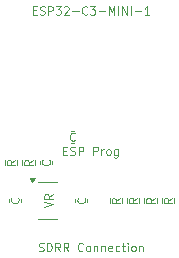
<source format=gbr>
%TF.GenerationSoftware,KiCad,Pcbnew,8.0.5*%
%TF.CreationDate,2025-07-05T11:02:35+01:00*%
%TF.ProjectId,sdrr wifi rev a,73647272-2077-4696-9669-207265762061,rev?*%
%TF.SameCoordinates,Original*%
%TF.FileFunction,Legend,Top*%
%TF.FilePolarity,Positive*%
%FSLAX46Y46*%
G04 Gerber Fmt 4.6, Leading zero omitted, Abs format (unit mm)*
G04 Created by KiCad (PCBNEW 8.0.5) date 2025-07-05 11:02:35*
%MOMM*%
%LPD*%
G01*
G04 APERTURE LIST*
%ADD10C,0.100000*%
%ADD11C,0.120000*%
G04 APERTURE END LIST*
D10*
X51829833Y-65315333D02*
X51496500Y-65548666D01*
X51829833Y-65715333D02*
X51129833Y-65715333D01*
X51129833Y-65715333D02*
X51129833Y-65448666D01*
X51129833Y-65448666D02*
X51163166Y-65382000D01*
X51163166Y-65382000D02*
X51196500Y-65348666D01*
X51196500Y-65348666D02*
X51263166Y-65315333D01*
X51263166Y-65315333D02*
X51363166Y-65315333D01*
X51363166Y-65315333D02*
X51429833Y-65348666D01*
X51429833Y-65348666D02*
X51463166Y-65382000D01*
X51463166Y-65382000D02*
X51496500Y-65448666D01*
X51496500Y-65448666D02*
X51496500Y-65715333D01*
X50594766Y-68515733D02*
X50628100Y-68549066D01*
X50628100Y-68549066D02*
X50661433Y-68649066D01*
X50661433Y-68649066D02*
X50661433Y-68715733D01*
X50661433Y-68715733D02*
X50628100Y-68815733D01*
X50628100Y-68815733D02*
X50561433Y-68882400D01*
X50561433Y-68882400D02*
X50494766Y-68915733D01*
X50494766Y-68915733D02*
X50361433Y-68949066D01*
X50361433Y-68949066D02*
X50261433Y-68949066D01*
X50261433Y-68949066D02*
X50128100Y-68915733D01*
X50128100Y-68915733D02*
X50061433Y-68882400D01*
X50061433Y-68882400D02*
X49994766Y-68815733D01*
X49994766Y-68815733D02*
X49961433Y-68715733D01*
X49961433Y-68715733D02*
X49961433Y-68649066D01*
X49961433Y-68649066D02*
X49994766Y-68549066D01*
X49994766Y-68549066D02*
X50028100Y-68515733D01*
X55410866Y-63624966D02*
X55377533Y-63658300D01*
X55377533Y-63658300D02*
X55277533Y-63691633D01*
X55277533Y-63691633D02*
X55210866Y-63691633D01*
X55210866Y-63691633D02*
X55110866Y-63658300D01*
X55110866Y-63658300D02*
X55044200Y-63591633D01*
X55044200Y-63591633D02*
X55010866Y-63524966D01*
X55010866Y-63524966D02*
X54977533Y-63391633D01*
X54977533Y-63391633D02*
X54977533Y-63291633D01*
X54977533Y-63291633D02*
X55010866Y-63158300D01*
X55010866Y-63158300D02*
X55044200Y-63091633D01*
X55044200Y-63091633D02*
X55110866Y-63024966D01*
X55110866Y-63024966D02*
X55210866Y-62991633D01*
X55210866Y-62991633D02*
X55277533Y-62991633D01*
X55277533Y-62991633D02*
X55377533Y-63024966D01*
X55377533Y-63024966D02*
X55410866Y-63058300D01*
X50356633Y-65315333D02*
X50023300Y-65548666D01*
X50356633Y-65715333D02*
X49656633Y-65715333D01*
X49656633Y-65715333D02*
X49656633Y-65448666D01*
X49656633Y-65448666D02*
X49689966Y-65382000D01*
X49689966Y-65382000D02*
X49723300Y-65348666D01*
X49723300Y-65348666D02*
X49789966Y-65315333D01*
X49789966Y-65315333D02*
X49889966Y-65315333D01*
X49889966Y-65315333D02*
X49956633Y-65348666D01*
X49956633Y-65348666D02*
X49989966Y-65382000D01*
X49989966Y-65382000D02*
X50023300Y-65448666D01*
X50023300Y-65448666D02*
X50023300Y-65715333D01*
X53236366Y-65315333D02*
X53269700Y-65348666D01*
X53269700Y-65348666D02*
X53303033Y-65448666D01*
X53303033Y-65448666D02*
X53303033Y-65515333D01*
X53303033Y-65515333D02*
X53269700Y-65615333D01*
X53269700Y-65615333D02*
X53203033Y-65682000D01*
X53203033Y-65682000D02*
X53136366Y-65715333D01*
X53136366Y-65715333D02*
X53003033Y-65748666D01*
X53003033Y-65748666D02*
X52903033Y-65748666D01*
X52903033Y-65748666D02*
X52769700Y-65715333D01*
X52769700Y-65715333D02*
X52703033Y-65682000D01*
X52703033Y-65682000D02*
X52636366Y-65615333D01*
X52636366Y-65615333D02*
X52603033Y-65515333D01*
X52603033Y-65515333D02*
X52603033Y-65448666D01*
X52603033Y-65448666D02*
X52636366Y-65348666D01*
X52636366Y-65348666D02*
X52669700Y-65315333D01*
X59221233Y-68541133D02*
X58887900Y-68774466D01*
X59221233Y-68941133D02*
X58521233Y-68941133D01*
X58521233Y-68941133D02*
X58521233Y-68674466D01*
X58521233Y-68674466D02*
X58554566Y-68607800D01*
X58554566Y-68607800D02*
X58587900Y-68574466D01*
X58587900Y-68574466D02*
X58654566Y-68541133D01*
X58654566Y-68541133D02*
X58754566Y-68541133D01*
X58754566Y-68541133D02*
X58821233Y-68574466D01*
X58821233Y-68574466D02*
X58854566Y-68607800D01*
X58854566Y-68607800D02*
X58887900Y-68674466D01*
X58887900Y-68674466D02*
X58887900Y-68941133D01*
X56233566Y-68541133D02*
X56266900Y-68574466D01*
X56266900Y-68574466D02*
X56300233Y-68674466D01*
X56300233Y-68674466D02*
X56300233Y-68741133D01*
X56300233Y-68741133D02*
X56266900Y-68841133D01*
X56266900Y-68841133D02*
X56200233Y-68907800D01*
X56200233Y-68907800D02*
X56133566Y-68941133D01*
X56133566Y-68941133D02*
X56000233Y-68974466D01*
X56000233Y-68974466D02*
X55900233Y-68974466D01*
X55900233Y-68974466D02*
X55766900Y-68941133D01*
X55766900Y-68941133D02*
X55700233Y-68907800D01*
X55700233Y-68907800D02*
X55633566Y-68841133D01*
X55633566Y-68841133D02*
X55600233Y-68741133D01*
X55600233Y-68741133D02*
X55600233Y-68674466D01*
X55600233Y-68674466D02*
X55633566Y-68574466D01*
X55633566Y-68574466D02*
X55666900Y-68541133D01*
X52831633Y-69300533D02*
X53531633Y-69067200D01*
X53531633Y-69067200D02*
X52831633Y-68833866D01*
X53531633Y-68200533D02*
X53198300Y-68433866D01*
X53531633Y-68600533D02*
X52831633Y-68600533D01*
X52831633Y-68600533D02*
X52831633Y-68333866D01*
X52831633Y-68333866D02*
X52864966Y-68267200D01*
X52864966Y-68267200D02*
X52898300Y-68233866D01*
X52898300Y-68233866D02*
X52964966Y-68200533D01*
X52964966Y-68200533D02*
X53064966Y-68200533D01*
X53064966Y-68200533D02*
X53131633Y-68233866D01*
X53131633Y-68233866D02*
X53164966Y-68267200D01*
X53164966Y-68267200D02*
X53198300Y-68333866D01*
X53198300Y-68333866D02*
X53198300Y-68600533D01*
X63640833Y-68515733D02*
X63307500Y-68749066D01*
X63640833Y-68915733D02*
X62940833Y-68915733D01*
X62940833Y-68915733D02*
X62940833Y-68649066D01*
X62940833Y-68649066D02*
X62974166Y-68582400D01*
X62974166Y-68582400D02*
X63007500Y-68549066D01*
X63007500Y-68549066D02*
X63074166Y-68515733D01*
X63074166Y-68515733D02*
X63174166Y-68515733D01*
X63174166Y-68515733D02*
X63240833Y-68549066D01*
X63240833Y-68549066D02*
X63274166Y-68582400D01*
X63274166Y-68582400D02*
X63307500Y-68649066D01*
X63307500Y-68649066D02*
X63307500Y-68915733D01*
X62167633Y-68515733D02*
X61834300Y-68749066D01*
X62167633Y-68915733D02*
X61467633Y-68915733D01*
X61467633Y-68915733D02*
X61467633Y-68649066D01*
X61467633Y-68649066D02*
X61500966Y-68582400D01*
X61500966Y-68582400D02*
X61534300Y-68549066D01*
X61534300Y-68549066D02*
X61600966Y-68515733D01*
X61600966Y-68515733D02*
X61700966Y-68515733D01*
X61700966Y-68515733D02*
X61767633Y-68549066D01*
X61767633Y-68549066D02*
X61800966Y-68582400D01*
X61800966Y-68582400D02*
X61834300Y-68649066D01*
X61834300Y-68649066D02*
X61834300Y-68915733D01*
X52352334Y-73005500D02*
X52452334Y-73038833D01*
X52452334Y-73038833D02*
X52619001Y-73038833D01*
X52619001Y-73038833D02*
X52685667Y-73005500D01*
X52685667Y-73005500D02*
X52719001Y-72972166D01*
X52719001Y-72972166D02*
X52752334Y-72905500D01*
X52752334Y-72905500D02*
X52752334Y-72838833D01*
X52752334Y-72838833D02*
X52719001Y-72772166D01*
X52719001Y-72772166D02*
X52685667Y-72738833D01*
X52685667Y-72738833D02*
X52619001Y-72705500D01*
X52619001Y-72705500D02*
X52485667Y-72672166D01*
X52485667Y-72672166D02*
X52419001Y-72638833D01*
X52419001Y-72638833D02*
X52385667Y-72605500D01*
X52385667Y-72605500D02*
X52352334Y-72538833D01*
X52352334Y-72538833D02*
X52352334Y-72472166D01*
X52352334Y-72472166D02*
X52385667Y-72405500D01*
X52385667Y-72405500D02*
X52419001Y-72372166D01*
X52419001Y-72372166D02*
X52485667Y-72338833D01*
X52485667Y-72338833D02*
X52652334Y-72338833D01*
X52652334Y-72338833D02*
X52752334Y-72372166D01*
X53052334Y-73038833D02*
X53052334Y-72338833D01*
X53052334Y-72338833D02*
X53219001Y-72338833D01*
X53219001Y-72338833D02*
X53319001Y-72372166D01*
X53319001Y-72372166D02*
X53385668Y-72438833D01*
X53385668Y-72438833D02*
X53419001Y-72505500D01*
X53419001Y-72505500D02*
X53452334Y-72638833D01*
X53452334Y-72638833D02*
X53452334Y-72738833D01*
X53452334Y-72738833D02*
X53419001Y-72872166D01*
X53419001Y-72872166D02*
X53385668Y-72938833D01*
X53385668Y-72938833D02*
X53319001Y-73005500D01*
X53319001Y-73005500D02*
X53219001Y-73038833D01*
X53219001Y-73038833D02*
X53052334Y-73038833D01*
X54152334Y-73038833D02*
X53919001Y-72705500D01*
X53752334Y-73038833D02*
X53752334Y-72338833D01*
X53752334Y-72338833D02*
X54019001Y-72338833D01*
X54019001Y-72338833D02*
X54085668Y-72372166D01*
X54085668Y-72372166D02*
X54119001Y-72405500D01*
X54119001Y-72405500D02*
X54152334Y-72472166D01*
X54152334Y-72472166D02*
X54152334Y-72572166D01*
X54152334Y-72572166D02*
X54119001Y-72638833D01*
X54119001Y-72638833D02*
X54085668Y-72672166D01*
X54085668Y-72672166D02*
X54019001Y-72705500D01*
X54019001Y-72705500D02*
X53752334Y-72705500D01*
X54852334Y-73038833D02*
X54619001Y-72705500D01*
X54452334Y-73038833D02*
X54452334Y-72338833D01*
X54452334Y-72338833D02*
X54719001Y-72338833D01*
X54719001Y-72338833D02*
X54785668Y-72372166D01*
X54785668Y-72372166D02*
X54819001Y-72405500D01*
X54819001Y-72405500D02*
X54852334Y-72472166D01*
X54852334Y-72472166D02*
X54852334Y-72572166D01*
X54852334Y-72572166D02*
X54819001Y-72638833D01*
X54819001Y-72638833D02*
X54785668Y-72672166D01*
X54785668Y-72672166D02*
X54719001Y-72705500D01*
X54719001Y-72705500D02*
X54452334Y-72705500D01*
X56085667Y-72972166D02*
X56052334Y-73005500D01*
X56052334Y-73005500D02*
X55952334Y-73038833D01*
X55952334Y-73038833D02*
X55885667Y-73038833D01*
X55885667Y-73038833D02*
X55785667Y-73005500D01*
X55785667Y-73005500D02*
X55719001Y-72938833D01*
X55719001Y-72938833D02*
X55685667Y-72872166D01*
X55685667Y-72872166D02*
X55652334Y-72738833D01*
X55652334Y-72738833D02*
X55652334Y-72638833D01*
X55652334Y-72638833D02*
X55685667Y-72505500D01*
X55685667Y-72505500D02*
X55719001Y-72438833D01*
X55719001Y-72438833D02*
X55785667Y-72372166D01*
X55785667Y-72372166D02*
X55885667Y-72338833D01*
X55885667Y-72338833D02*
X55952334Y-72338833D01*
X55952334Y-72338833D02*
X56052334Y-72372166D01*
X56052334Y-72372166D02*
X56085667Y-72405500D01*
X56485667Y-73038833D02*
X56419001Y-73005500D01*
X56419001Y-73005500D02*
X56385667Y-72972166D01*
X56385667Y-72972166D02*
X56352334Y-72905500D01*
X56352334Y-72905500D02*
X56352334Y-72705500D01*
X56352334Y-72705500D02*
X56385667Y-72638833D01*
X56385667Y-72638833D02*
X56419001Y-72605500D01*
X56419001Y-72605500D02*
X56485667Y-72572166D01*
X56485667Y-72572166D02*
X56585667Y-72572166D01*
X56585667Y-72572166D02*
X56652334Y-72605500D01*
X56652334Y-72605500D02*
X56685667Y-72638833D01*
X56685667Y-72638833D02*
X56719001Y-72705500D01*
X56719001Y-72705500D02*
X56719001Y-72905500D01*
X56719001Y-72905500D02*
X56685667Y-72972166D01*
X56685667Y-72972166D02*
X56652334Y-73005500D01*
X56652334Y-73005500D02*
X56585667Y-73038833D01*
X56585667Y-73038833D02*
X56485667Y-73038833D01*
X57019000Y-72572166D02*
X57019000Y-73038833D01*
X57019000Y-72638833D02*
X57052334Y-72605500D01*
X57052334Y-72605500D02*
X57119000Y-72572166D01*
X57119000Y-72572166D02*
X57219000Y-72572166D01*
X57219000Y-72572166D02*
X57285667Y-72605500D01*
X57285667Y-72605500D02*
X57319000Y-72672166D01*
X57319000Y-72672166D02*
X57319000Y-73038833D01*
X57652333Y-72572166D02*
X57652333Y-73038833D01*
X57652333Y-72638833D02*
X57685667Y-72605500D01*
X57685667Y-72605500D02*
X57752333Y-72572166D01*
X57752333Y-72572166D02*
X57852333Y-72572166D01*
X57852333Y-72572166D02*
X57919000Y-72605500D01*
X57919000Y-72605500D02*
X57952333Y-72672166D01*
X57952333Y-72672166D02*
X57952333Y-73038833D01*
X58552333Y-73005500D02*
X58485666Y-73038833D01*
X58485666Y-73038833D02*
X58352333Y-73038833D01*
X58352333Y-73038833D02*
X58285666Y-73005500D01*
X58285666Y-73005500D02*
X58252333Y-72938833D01*
X58252333Y-72938833D02*
X58252333Y-72672166D01*
X58252333Y-72672166D02*
X58285666Y-72605500D01*
X58285666Y-72605500D02*
X58352333Y-72572166D01*
X58352333Y-72572166D02*
X58485666Y-72572166D01*
X58485666Y-72572166D02*
X58552333Y-72605500D01*
X58552333Y-72605500D02*
X58585666Y-72672166D01*
X58585666Y-72672166D02*
X58585666Y-72738833D01*
X58585666Y-72738833D02*
X58252333Y-72805500D01*
X59185666Y-73005500D02*
X59119000Y-73038833D01*
X59119000Y-73038833D02*
X58985666Y-73038833D01*
X58985666Y-73038833D02*
X58919000Y-73005500D01*
X58919000Y-73005500D02*
X58885666Y-72972166D01*
X58885666Y-72972166D02*
X58852333Y-72905500D01*
X58852333Y-72905500D02*
X58852333Y-72705500D01*
X58852333Y-72705500D02*
X58885666Y-72638833D01*
X58885666Y-72638833D02*
X58919000Y-72605500D01*
X58919000Y-72605500D02*
X58985666Y-72572166D01*
X58985666Y-72572166D02*
X59119000Y-72572166D01*
X59119000Y-72572166D02*
X59185666Y-72605500D01*
X59385666Y-72572166D02*
X59652333Y-72572166D01*
X59485666Y-72338833D02*
X59485666Y-72938833D01*
X59485666Y-72938833D02*
X59519000Y-73005500D01*
X59519000Y-73005500D02*
X59585666Y-73038833D01*
X59585666Y-73038833D02*
X59652333Y-73038833D01*
X59885666Y-73038833D02*
X59885666Y-72572166D01*
X59885666Y-72338833D02*
X59852333Y-72372166D01*
X59852333Y-72372166D02*
X59885666Y-72405500D01*
X59885666Y-72405500D02*
X59919000Y-72372166D01*
X59919000Y-72372166D02*
X59885666Y-72338833D01*
X59885666Y-72338833D02*
X59885666Y-72405500D01*
X60318999Y-73038833D02*
X60252333Y-73005500D01*
X60252333Y-73005500D02*
X60218999Y-72972166D01*
X60218999Y-72972166D02*
X60185666Y-72905500D01*
X60185666Y-72905500D02*
X60185666Y-72705500D01*
X60185666Y-72705500D02*
X60218999Y-72638833D01*
X60218999Y-72638833D02*
X60252333Y-72605500D01*
X60252333Y-72605500D02*
X60318999Y-72572166D01*
X60318999Y-72572166D02*
X60418999Y-72572166D01*
X60418999Y-72572166D02*
X60485666Y-72605500D01*
X60485666Y-72605500D02*
X60518999Y-72638833D01*
X60518999Y-72638833D02*
X60552333Y-72705500D01*
X60552333Y-72705500D02*
X60552333Y-72905500D01*
X60552333Y-72905500D02*
X60518999Y-72972166D01*
X60518999Y-72972166D02*
X60485666Y-73005500D01*
X60485666Y-73005500D02*
X60418999Y-73038833D01*
X60418999Y-73038833D02*
X60318999Y-73038833D01*
X60852332Y-72572166D02*
X60852332Y-73038833D01*
X60852332Y-72638833D02*
X60885666Y-72605500D01*
X60885666Y-72605500D02*
X60952332Y-72572166D01*
X60952332Y-72572166D02*
X61052332Y-72572166D01*
X61052332Y-72572166D02*
X61118999Y-72605500D01*
X61118999Y-72605500D02*
X61152332Y-72672166D01*
X61152332Y-72672166D02*
X61152332Y-73038833D01*
X60694433Y-68515733D02*
X60361100Y-68749066D01*
X60694433Y-68915733D02*
X59994433Y-68915733D01*
X59994433Y-68915733D02*
X59994433Y-68649066D01*
X59994433Y-68649066D02*
X60027766Y-68582400D01*
X60027766Y-68582400D02*
X60061100Y-68549066D01*
X60061100Y-68549066D02*
X60127766Y-68515733D01*
X60127766Y-68515733D02*
X60227766Y-68515733D01*
X60227766Y-68515733D02*
X60294433Y-68549066D01*
X60294433Y-68549066D02*
X60327766Y-68582400D01*
X60327766Y-68582400D02*
X60361100Y-68649066D01*
X60361100Y-68649066D02*
X60361100Y-68915733D01*
X51852332Y-52631566D02*
X52085666Y-52631566D01*
X52185666Y-52998233D02*
X51852332Y-52998233D01*
X51852332Y-52998233D02*
X51852332Y-52298233D01*
X51852332Y-52298233D02*
X52185666Y-52298233D01*
X52452332Y-52964900D02*
X52552332Y-52998233D01*
X52552332Y-52998233D02*
X52718999Y-52998233D01*
X52718999Y-52998233D02*
X52785665Y-52964900D01*
X52785665Y-52964900D02*
X52818999Y-52931566D01*
X52818999Y-52931566D02*
X52852332Y-52864900D01*
X52852332Y-52864900D02*
X52852332Y-52798233D01*
X52852332Y-52798233D02*
X52818999Y-52731566D01*
X52818999Y-52731566D02*
X52785665Y-52698233D01*
X52785665Y-52698233D02*
X52718999Y-52664900D01*
X52718999Y-52664900D02*
X52585665Y-52631566D01*
X52585665Y-52631566D02*
X52518999Y-52598233D01*
X52518999Y-52598233D02*
X52485665Y-52564900D01*
X52485665Y-52564900D02*
X52452332Y-52498233D01*
X52452332Y-52498233D02*
X52452332Y-52431566D01*
X52452332Y-52431566D02*
X52485665Y-52364900D01*
X52485665Y-52364900D02*
X52518999Y-52331566D01*
X52518999Y-52331566D02*
X52585665Y-52298233D01*
X52585665Y-52298233D02*
X52752332Y-52298233D01*
X52752332Y-52298233D02*
X52852332Y-52331566D01*
X53152332Y-52998233D02*
X53152332Y-52298233D01*
X53152332Y-52298233D02*
X53418999Y-52298233D01*
X53418999Y-52298233D02*
X53485666Y-52331566D01*
X53485666Y-52331566D02*
X53518999Y-52364900D01*
X53518999Y-52364900D02*
X53552332Y-52431566D01*
X53552332Y-52431566D02*
X53552332Y-52531566D01*
X53552332Y-52531566D02*
X53518999Y-52598233D01*
X53518999Y-52598233D02*
X53485666Y-52631566D01*
X53485666Y-52631566D02*
X53418999Y-52664900D01*
X53418999Y-52664900D02*
X53152332Y-52664900D01*
X53785666Y-52298233D02*
X54218999Y-52298233D01*
X54218999Y-52298233D02*
X53985666Y-52564900D01*
X53985666Y-52564900D02*
X54085666Y-52564900D01*
X54085666Y-52564900D02*
X54152332Y-52598233D01*
X54152332Y-52598233D02*
X54185666Y-52631566D01*
X54185666Y-52631566D02*
X54218999Y-52698233D01*
X54218999Y-52698233D02*
X54218999Y-52864900D01*
X54218999Y-52864900D02*
X54185666Y-52931566D01*
X54185666Y-52931566D02*
X54152332Y-52964900D01*
X54152332Y-52964900D02*
X54085666Y-52998233D01*
X54085666Y-52998233D02*
X53885666Y-52998233D01*
X53885666Y-52998233D02*
X53818999Y-52964900D01*
X53818999Y-52964900D02*
X53785666Y-52931566D01*
X54485666Y-52364900D02*
X54518999Y-52331566D01*
X54518999Y-52331566D02*
X54585666Y-52298233D01*
X54585666Y-52298233D02*
X54752333Y-52298233D01*
X54752333Y-52298233D02*
X54818999Y-52331566D01*
X54818999Y-52331566D02*
X54852333Y-52364900D01*
X54852333Y-52364900D02*
X54885666Y-52431566D01*
X54885666Y-52431566D02*
X54885666Y-52498233D01*
X54885666Y-52498233D02*
X54852333Y-52598233D01*
X54852333Y-52598233D02*
X54452333Y-52998233D01*
X54452333Y-52998233D02*
X54885666Y-52998233D01*
X55185666Y-52731566D02*
X55719000Y-52731566D01*
X56452333Y-52931566D02*
X56419000Y-52964900D01*
X56419000Y-52964900D02*
X56319000Y-52998233D01*
X56319000Y-52998233D02*
X56252333Y-52998233D01*
X56252333Y-52998233D02*
X56152333Y-52964900D01*
X56152333Y-52964900D02*
X56085667Y-52898233D01*
X56085667Y-52898233D02*
X56052333Y-52831566D01*
X56052333Y-52831566D02*
X56019000Y-52698233D01*
X56019000Y-52698233D02*
X56019000Y-52598233D01*
X56019000Y-52598233D02*
X56052333Y-52464900D01*
X56052333Y-52464900D02*
X56085667Y-52398233D01*
X56085667Y-52398233D02*
X56152333Y-52331566D01*
X56152333Y-52331566D02*
X56252333Y-52298233D01*
X56252333Y-52298233D02*
X56319000Y-52298233D01*
X56319000Y-52298233D02*
X56419000Y-52331566D01*
X56419000Y-52331566D02*
X56452333Y-52364900D01*
X56685667Y-52298233D02*
X57119000Y-52298233D01*
X57119000Y-52298233D02*
X56885667Y-52564900D01*
X56885667Y-52564900D02*
X56985667Y-52564900D01*
X56985667Y-52564900D02*
X57052333Y-52598233D01*
X57052333Y-52598233D02*
X57085667Y-52631566D01*
X57085667Y-52631566D02*
X57119000Y-52698233D01*
X57119000Y-52698233D02*
X57119000Y-52864900D01*
X57119000Y-52864900D02*
X57085667Y-52931566D01*
X57085667Y-52931566D02*
X57052333Y-52964900D01*
X57052333Y-52964900D02*
X56985667Y-52998233D01*
X56985667Y-52998233D02*
X56785667Y-52998233D01*
X56785667Y-52998233D02*
X56719000Y-52964900D01*
X56719000Y-52964900D02*
X56685667Y-52931566D01*
X57419000Y-52731566D02*
X57952334Y-52731566D01*
X58285667Y-52998233D02*
X58285667Y-52298233D01*
X58285667Y-52298233D02*
X58519001Y-52798233D01*
X58519001Y-52798233D02*
X58752334Y-52298233D01*
X58752334Y-52298233D02*
X58752334Y-52998233D01*
X59085667Y-52998233D02*
X59085667Y-52298233D01*
X59419000Y-52998233D02*
X59419000Y-52298233D01*
X59419000Y-52298233D02*
X59819000Y-52998233D01*
X59819000Y-52998233D02*
X59819000Y-52298233D01*
X60152333Y-52998233D02*
X60152333Y-52298233D01*
X60485666Y-52731566D02*
X61019000Y-52731566D01*
X61719000Y-52998233D02*
X61319000Y-52998233D01*
X61519000Y-52998233D02*
X61519000Y-52298233D01*
X61519000Y-52298233D02*
X61452333Y-52398233D01*
X61452333Y-52398233D02*
X61385667Y-52464900D01*
X61385667Y-52464900D02*
X61319000Y-52498233D01*
X54425745Y-64518766D02*
X54659079Y-64518766D01*
X54759079Y-64885433D02*
X54425745Y-64885433D01*
X54425745Y-64885433D02*
X54425745Y-64185433D01*
X54425745Y-64185433D02*
X54759079Y-64185433D01*
X55025745Y-64852100D02*
X55125745Y-64885433D01*
X55125745Y-64885433D02*
X55292412Y-64885433D01*
X55292412Y-64885433D02*
X55359078Y-64852100D01*
X55359078Y-64852100D02*
X55392412Y-64818766D01*
X55392412Y-64818766D02*
X55425745Y-64752100D01*
X55425745Y-64752100D02*
X55425745Y-64685433D01*
X55425745Y-64685433D02*
X55392412Y-64618766D01*
X55392412Y-64618766D02*
X55359078Y-64585433D01*
X55359078Y-64585433D02*
X55292412Y-64552100D01*
X55292412Y-64552100D02*
X55159078Y-64518766D01*
X55159078Y-64518766D02*
X55092412Y-64485433D01*
X55092412Y-64485433D02*
X55059078Y-64452100D01*
X55059078Y-64452100D02*
X55025745Y-64385433D01*
X55025745Y-64385433D02*
X55025745Y-64318766D01*
X55025745Y-64318766D02*
X55059078Y-64252100D01*
X55059078Y-64252100D02*
X55092412Y-64218766D01*
X55092412Y-64218766D02*
X55159078Y-64185433D01*
X55159078Y-64185433D02*
X55325745Y-64185433D01*
X55325745Y-64185433D02*
X55425745Y-64218766D01*
X55725745Y-64885433D02*
X55725745Y-64185433D01*
X55725745Y-64185433D02*
X55992412Y-64185433D01*
X55992412Y-64185433D02*
X56059079Y-64218766D01*
X56059079Y-64218766D02*
X56092412Y-64252100D01*
X56092412Y-64252100D02*
X56125745Y-64318766D01*
X56125745Y-64318766D02*
X56125745Y-64418766D01*
X56125745Y-64418766D02*
X56092412Y-64485433D01*
X56092412Y-64485433D02*
X56059079Y-64518766D01*
X56059079Y-64518766D02*
X55992412Y-64552100D01*
X55992412Y-64552100D02*
X55725745Y-64552100D01*
X56959078Y-64885433D02*
X56959078Y-64185433D01*
X56959078Y-64185433D02*
X57225745Y-64185433D01*
X57225745Y-64185433D02*
X57292412Y-64218766D01*
X57292412Y-64218766D02*
X57325745Y-64252100D01*
X57325745Y-64252100D02*
X57359078Y-64318766D01*
X57359078Y-64318766D02*
X57359078Y-64418766D01*
X57359078Y-64418766D02*
X57325745Y-64485433D01*
X57325745Y-64485433D02*
X57292412Y-64518766D01*
X57292412Y-64518766D02*
X57225745Y-64552100D01*
X57225745Y-64552100D02*
X56959078Y-64552100D01*
X57659078Y-64885433D02*
X57659078Y-64418766D01*
X57659078Y-64552100D02*
X57692412Y-64485433D01*
X57692412Y-64485433D02*
X57725745Y-64452100D01*
X57725745Y-64452100D02*
X57792412Y-64418766D01*
X57792412Y-64418766D02*
X57859078Y-64418766D01*
X58192411Y-64885433D02*
X58125745Y-64852100D01*
X58125745Y-64852100D02*
X58092411Y-64818766D01*
X58092411Y-64818766D02*
X58059078Y-64752100D01*
X58059078Y-64752100D02*
X58059078Y-64552100D01*
X58059078Y-64552100D02*
X58092411Y-64485433D01*
X58092411Y-64485433D02*
X58125745Y-64452100D01*
X58125745Y-64452100D02*
X58192411Y-64418766D01*
X58192411Y-64418766D02*
X58292411Y-64418766D01*
X58292411Y-64418766D02*
X58359078Y-64452100D01*
X58359078Y-64452100D02*
X58392411Y-64485433D01*
X58392411Y-64485433D02*
X58425745Y-64552100D01*
X58425745Y-64552100D02*
X58425745Y-64752100D01*
X58425745Y-64752100D02*
X58392411Y-64818766D01*
X58392411Y-64818766D02*
X58359078Y-64852100D01*
X58359078Y-64852100D02*
X58292411Y-64885433D01*
X58292411Y-64885433D02*
X58192411Y-64885433D01*
X59025744Y-64418766D02*
X59025744Y-64985433D01*
X59025744Y-64985433D02*
X58992411Y-65052100D01*
X58992411Y-65052100D02*
X58959078Y-65085433D01*
X58959078Y-65085433D02*
X58892411Y-65118766D01*
X58892411Y-65118766D02*
X58792411Y-65118766D01*
X58792411Y-65118766D02*
X58725744Y-65085433D01*
X59025744Y-64852100D02*
X58959078Y-64885433D01*
X58959078Y-64885433D02*
X58825744Y-64885433D01*
X58825744Y-64885433D02*
X58759078Y-64852100D01*
X58759078Y-64852100D02*
X58725744Y-64818766D01*
X58725744Y-64818766D02*
X58692411Y-64752100D01*
X58692411Y-64752100D02*
X58692411Y-64552100D01*
X58692411Y-64552100D02*
X58725744Y-64485433D01*
X58725744Y-64485433D02*
X58759078Y-64452100D01*
X58759078Y-64452100D02*
X58825744Y-64418766D01*
X58825744Y-64418766D02*
X58959078Y-64418766D01*
X58959078Y-64418766D02*
X59025744Y-64452100D01*
D11*
%TO.C,R4*%
X59827900Y-68969658D02*
X59827900Y-68495142D01*
X60872900Y-68969658D02*
X60872900Y-68495142D01*
%TO.C,U2*%
X53111400Y-67157200D02*
X52311400Y-67157200D01*
X53111400Y-67157200D02*
X53911400Y-67157200D01*
X53111400Y-70277200D02*
X52311400Y-70277200D01*
X53111400Y-70277200D02*
X53911400Y-70277200D01*
X51811400Y-67207200D02*
X51571400Y-66877200D01*
X52051400Y-66877200D01*
X51811400Y-67207200D01*
G36*
X51811400Y-67207200D02*
G01*
X51571400Y-66877200D01*
X52051400Y-66877200D01*
X51811400Y-67207200D01*
G37*
%TO.C,R6*%
X50963300Y-65294742D02*
X50963300Y-65769258D01*
X52008300Y-65294742D02*
X52008300Y-65769258D01*
%TO.C,R3*%
X61295600Y-68969658D02*
X61295600Y-68495142D01*
X62340600Y-68969658D02*
X62340600Y-68495142D01*
%TO.C,R5*%
X49490100Y-65294742D02*
X49490100Y-65769258D01*
X50535100Y-65294742D02*
X50535100Y-65769258D01*
%TO.C,C1*%
X49801900Y-68872980D02*
X49801900Y-68591820D01*
X50821900Y-68872980D02*
X50821900Y-68591820D01*
%TO.C,R1*%
X58354700Y-68969658D02*
X58354700Y-68495142D01*
X59399700Y-68969658D02*
X59399700Y-68495142D01*
%TO.C,C4*%
X55053620Y-62837600D02*
X55334780Y-62837600D01*
X55053620Y-63857600D02*
X55334780Y-63857600D01*
%TO.C,C2*%
X55415300Y-68591820D02*
X55415300Y-68872980D01*
X56435300Y-68591820D02*
X56435300Y-68872980D01*
%TO.C,R2*%
X62768800Y-68969658D02*
X62768800Y-68495142D01*
X63813800Y-68969658D02*
X63813800Y-68495142D01*
%TO.C,C3*%
X52449000Y-65391420D02*
X52449000Y-65672580D01*
X53469000Y-65391420D02*
X53469000Y-65672580D01*
%TD*%
M02*

</source>
